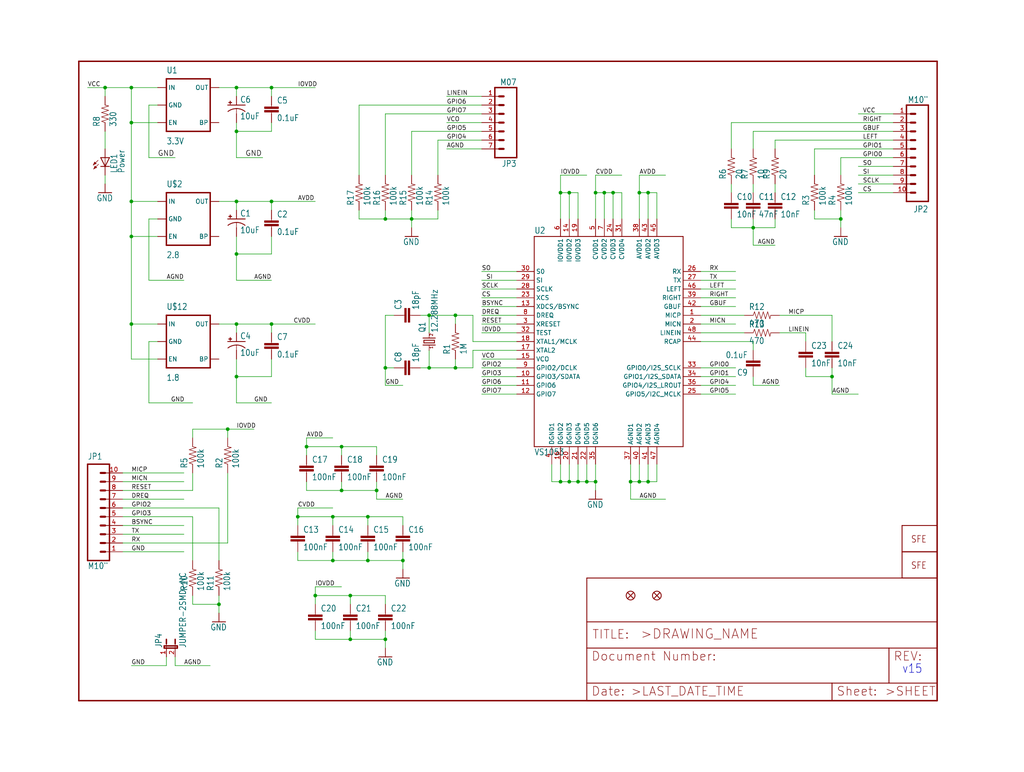
<source format=kicad_sch>
(kicad_sch (version 20211123) (generator eeschema)
  (paper "User" 297.002 223.926)
  (lib_symbols
    (symbol "schematicEagle-eagle-import:CAP0402-CAP"
      (property "Reference" "C" (at 1.524 2.921 0))
      (property "Value" "CAP0402-CAP" (at 1.524 -2.159 0))
      (symbol "CAP0402-CAP_1_0"
        (pin passive line (at 0 5.08 270) (length 2.54) (name "1") (number "1"))
        (pin passive line (at 0 -2.54 90) (length 2.54) (name "2") (number "2"))
      )
    )
    (symbol "schematicEagle-eagle-import:CAP_POL1206"
      (property "Reference" "C" (at 1.016 0.635 0))
      (property "Value" "CAP_POL1206" (at 1.016 -4.191 0))
      (symbol "CAP_POL1206_1_0"
        (pin passive line (at 0 2.54 270) (length 2.54) (name "+") (number "A"))
        (pin passive line (at 0 -5.08 90) (length 2.54) (name "-") (number "C"))
      )
    )
    (symbol "schematicEagle-eagle-import:CRYSTAL5X3"
      (property "Reference" "Y" (at 2.54 1.016 0))
      (property "Value" "CRYSTAL5X3" (at 2.54 -2.54 0))
      (symbol "CRYSTAL5X3_1_0"
        (text "1" (at -2.159 -1.143 0) (effects (font (size 0.8636 0.734)) (justify left bottom)))
        (text "2" (at 1.524 -1.143 0) (effects (font (size 0.8636 0.734)) (justify left bottom)))
        (pin passive line (at -2.54 0 0) (length 0) (name "1") (number "1"))
        (pin passive line (at 2.54 0 180) (length 0) (name "2") (number "3"))
      )
    )
    (symbol "schematicEagle-eagle-import:FIDUCIAL1X2")
    (symbol "schematicEagle-eagle-import:FRAME-LETTER"
      (symbol "FRAME-LETTER_2_0"
        (text ">DRAWING_NAME" (at 15.494 17.78 0) (effects (font (size 2.7432 2.7432)) (justify left bottom)))
        (text ">LAST_DATE_TIME" (at 12.7 1.27 0) (effects (font (size 2.54 2.54)) (justify left bottom)))
        (text ">SHEET" (at 86.36 1.27 0) (effects (font (size 2.54 2.54)) (justify left bottom)))
        (text "Date:" (at 1.27 1.27 0) (effects (font (size 2.54 2.54)) (justify left bottom)))
        (text "Document Number:" (at 1.27 11.43 0) (effects (font (size 2.54 2.54)) (justify left bottom)))
        (text "REV:" (at 88.9 11.43 0) (effects (font (size 2.54 2.54)) (justify left bottom)))
        (text "Sheet:" (at 72.39 1.27 0) (effects (font (size 2.54 2.54)) (justify left bottom)))
        (text "TITLE:" (at 1.524 17.78 0) (effects (font (size 2.54 2.54)) (justify left bottom)))
      )
    )
    (symbol "schematicEagle-eagle-import:GND" (power)
      (property "Value" "GND" (at -2.54 -2.54 0))
      (symbol "GND_1_0"
        (pin power_in line (at 0 2.54 270) (length 2.54) (name "GND") (number "1"))
      )
    )
    (symbol "schematicEagle-eagle-import:JUMPER-2SMD-NC"
      (property "Reference" "JP" (at -1.27 0 90))
      (property "Value" "JUMPER-2SMD-NC" (at 5.715 0 90))
      (symbol "JUMPER-2SMD-NC_1_0"
        (pin passive line (at 0 -2.54 90) (length 2.54) (name "1") (number "1"))
        (pin passive line (at 2.54 -2.54 90) (length 2.54) (name "2") (number "2"))
      )
    )
    (symbol "schematicEagle-eagle-import:LED0603"
      (property "Reference" "LED" (at 3.556 -4.572 90))
      (property "Value" "LED0603" (at 5.715 -4.572 90))
      (symbol "LED0603_1_0"
        (pin passive line (at 0 2.54 270) (length 2.54) (name "A") (number "A"))
        (pin passive line (at 0 -5.08 90) (length 2.54) (name "C") (number "C"))
      )
    )
    (symbol "schematicEagle-eagle-import:LOGO-SFENEW"
      (symbol "LOGO-SFENEW_1_0"
        (text "SFE" (at 0 0 0) (effects (font (size 1.9304 1.6408)) (justify left bottom)))
      )
    )
    (symbol "schematicEagle-eagle-import:LOGO-SFESK"
      (symbol "LOGO-SFESK_1_0"
        (text "SFE" (at 0 0 0) (effects (font (size 1.9304 1.6408)) (justify left bottom)))
      )
    )
    (symbol "schematicEagle-eagle-import:M07"
      (property "Reference" "JP" (at -5.08 13.462 0))
      (property "Value" "M07" (at -5.08 -10.16 0))
      (symbol "M07_1_0"
        (pin passive line (at 5.08 -5.08 180) (length 5.08) (name "1") (number "1"))
        (pin passive line (at 5.08 -2.54 180) (length 5.08) (name "2") (number "2"))
        (pin passive line (at 5.08 0 180) (length 5.08) (name "3") (number "3"))
        (pin passive line (at 5.08 2.54 180) (length 5.08) (name "4") (number "4"))
        (pin passive line (at 5.08 5.08 180) (length 5.08) (name "5") (number "5"))
        (pin passive line (at 5.08 7.62 180) (length 5.08) (name "6") (number "6"))
        (pin passive line (at 5.08 10.16 180) (length 5.08) (name "7") (number "7"))
      )
    )
    (symbol "schematicEagle-eagle-import:M10{dblquote}"
      (property "Reference" "JP" (at 0 8.89 0))
      (property "Value" "M10{dblquote}" (at 0 -22.86 0))
      (symbol "M10{dblquote}_1_0"
        (pin passive line (at 10.16 -17.78 180) (length 5.08) (name "1") (number "1"))
        (pin passive line (at 10.16 5.08 180) (length 5.08) (name "10") (number "10"))
        (pin passive line (at 10.16 -15.24 180) (length 5.08) (name "2") (number "2"))
        (pin passive line (at 10.16 -12.7 180) (length 5.08) (name "3") (number "3"))
        (pin passive line (at 10.16 -10.16 180) (length 5.08) (name "4") (number "4"))
        (pin passive line (at 10.16 -7.62 180) (length 5.08) (name "5") (number "5"))
        (pin passive line (at 10.16 -5.08 180) (length 5.08) (name "6") (number "6"))
        (pin passive line (at 10.16 -2.54 180) (length 5.08) (name "7") (number "7"))
        (pin passive line (at 10.16 0 180) (length 5.08) (name "8") (number "8"))
        (pin passive line (at 10.16 2.54 180) (length 5.08) (name "9") (number "9"))
      )
    )
    (symbol "schematicEagle-eagle-import:RESISTOR0402-RES"
      (property "Reference" "R" (at -3.81 1.4986 0))
      (property "Value" "RESISTOR0402-RES" (at -3.81 -3.302 0))
      (symbol "RESISTOR0402-RES_1_0"
        (pin passive line (at -5.08 0 0) (length 2.54) (name "1") (number "1"))
        (pin passive line (at 5.08 0 180) (length 2.54) (name "2") (number "2"))
      )
    )
    (symbol "schematicEagle-eagle-import:VS1033"
      (property "Reference" "U" (at 0 61.722 0))
      (property "Value" "VS1033" (at 0 -2.54 0))
      (symbol "VS1033_1_0"
        (pin bidirectional line (at 48.26 38.1 180) (length 5.08) (name "MICP") (number "1"))
        (pin bidirectional line (at -5.08 20.32 0) (length 5.08) (name "GPIO3/SDATA") (number "10"))
        (pin bidirectional line (at -5.08 17.78 0) (length 5.08) (name "GPIO6") (number "11"))
        (pin bidirectional line (at -5.08 15.24 0) (length 5.08) (name "GPIO7") (number "12"))
        (pin bidirectional line (at -5.08 40.64 0) (length 5.08) (name "XDCS/BSYNC") (number "13"))
        (pin bidirectional line (at 10.16 66.04 270) (length 5.08) (name "IOVDD2") (number "14"))
        (pin bidirectional line (at -5.08 25.4 0) (length 5.08) (name "VCO") (number "15"))
        (pin bidirectional line (at 7.62 -5.08 90) (length 5.08) (name "DGND2") (number "16"))
        (pin bidirectional line (at -5.08 27.94 0) (length 5.08) (name "XTAL2") (number "17"))
        (pin bidirectional line (at -5.08 30.48 0) (length 5.08) (name "XTAL1/MCLK") (number "18"))
        (pin bidirectional line (at 12.7 66.04 270) (length 5.08) (name "IOVDD3") (number "19"))
        (pin bidirectional line (at 48.26 35.56 180) (length 5.08) (name "MICN") (number "2"))
        (pin bidirectional line (at 10.16 -5.08 90) (length 5.08) (name "DGND3") (number "20"))
        (pin bidirectional line (at 12.7 -5.08 90) (length 5.08) (name "DGND4") (number "21"))
        (pin bidirectional line (at 15.24 -5.08 90) (length 5.08) (name "DGND5") (number "22"))
        (pin bidirectional line (at -5.08 43.18 0) (length 5.08) (name "XCS") (number "23"))
        (pin bidirectional line (at 22.86 66.04 270) (length 5.08) (name "CVDD3") (number "24"))
        (pin bidirectional line (at 48.26 15.24 180) (length 5.08) (name "GPIO5/I2C_MCLK") (number "25"))
        (pin bidirectional line (at 48.26 50.8 180) (length 5.08) (name "RX") (number "26"))
        (pin bidirectional line (at 48.26 48.26 180) (length 5.08) (name "TX") (number "27"))
        (pin bidirectional line (at -5.08 45.72 0) (length 5.08) (name "SCLK") (number "28"))
        (pin bidirectional line (at -5.08 48.26 0) (length 5.08) (name "SI") (number "29"))
        (pin bidirectional line (at -5.08 35.56 0) (length 5.08) (name "XRESET") (number "3"))
        (pin bidirectional line (at -5.08 50.8 0) (length 5.08) (name "S0") (number "30"))
        (pin bidirectional line (at 25.4 66.04 270) (length 5.08) (name "CVDD4") (number "31"))
        (pin bidirectional line (at -5.08 33.02 0) (length 5.08) (name "TEST") (number "32"))
        (pin bidirectional line (at 48.26 22.86 180) (length 5.08) (name "GPIO0/I2S_SCLK") (number "33"))
        (pin bidirectional line (at 48.26 20.32 180) (length 5.08) (name "GPIO1/I2S_SDATA") (number "34"))
        (pin bidirectional line (at 17.78 -5.08 90) (length 5.08) (name "DGND6") (number "35"))
        (pin bidirectional line (at 48.26 17.78 180) (length 5.08) (name "GPIO4/I2S_LROUT") (number "36"))
        (pin bidirectional line (at 27.94 -5.08 90) (length 5.08) (name "AGND1") (number "37"))
        (pin bidirectional line (at 30.48 66.04 270) (length 5.08) (name "AVDD1") (number "38"))
        (pin bidirectional line (at 48.26 43.18 180) (length 5.08) (name "RIGHT") (number "39"))
        (pin bidirectional line (at 5.08 -5.08 90) (length 5.08) (name "DGND1") (number "4"))
        (pin bidirectional line (at 30.48 -5.08 90) (length 5.08) (name "AGND2") (number "40"))
        (pin bidirectional line (at 33.02 -5.08 90) (length 5.08) (name "AGND3") (number "41"))
        (pin bidirectional line (at 48.26 40.64 180) (length 5.08) (name "GBUF") (number "42"))
        (pin bidirectional line (at 33.02 66.04 270) (length 5.08) (name "AVDD2") (number "43"))
        (pin bidirectional line (at 48.26 30.48 180) (length 5.08) (name "RCAP") (number "44"))
        (pin bidirectional line (at 35.56 66.04 270) (length 5.08) (name "AVDD3") (number "45"))
        (pin bidirectional line (at 48.26 45.72 180) (length 5.08) (name "LEFT") (number "46"))
        (pin bidirectional line (at 35.56 -5.08 90) (length 5.08) (name "AGND4") (number "47"))
        (pin bidirectional line (at 48.26 33.02 180) (length 5.08) (name "LINEIN") (number "48"))
        (pin bidirectional line (at 17.78 66.04 270) (length 5.08) (name "CVDD1") (number "5"))
        (pin bidirectional line (at 7.62 66.04 270) (length 5.08) (name "IOVDD1") (number "6"))
        (pin bidirectional line (at 20.32 66.04 270) (length 5.08) (name "CVDD2") (number "7"))
        (pin bidirectional line (at -5.08 38.1 0) (length 5.08) (name "DREQ") (number "8"))
        (pin bidirectional line (at -5.08 22.86 0) (length 5.08) (name "GPIO2/DCLK") (number "9"))
      )
    )
    (symbol "schematicEagle-eagle-import:V_REG_LDOSMD"
      (property "Reference" "U" (at -7.62 9.144 0))
      (property "Value" "V_REG_LDOSMD" (at -7.62 -11.43 0))
      (symbol "V_REG_LDOSMD_1_0"
        (pin input line (at -10.16 5.08 0) (length 2.54) (name "IN") (number "1"))
        (pin input line (at -10.16 0 0) (length 2.54) (name "GND") (number "2"))
        (pin input line (at -10.16 -5.08 0) (length 2.54) (name "EN") (number "3"))
        (pin input line (at 7.62 -5.08 180) (length 2.54) (name "BP") (number "4"))
        (pin passive line (at 7.62 5.08 180) (length 2.54) (name "OUT") (number "5"))
      )
    )
    (symbol "schematicEagle-eagle-import:V_REG_LDOSMD2"
      (property "Reference" "U" (at -7.62 9.144 0))
      (property "Value" "V_REG_LDOSMD2" (at -7.62 -11.43 0))
      (symbol "V_REG_LDOSMD2_1_0"
        (pin input line (at -10.16 5.08 0) (length 2.54) (name "IN") (number "1"))
        (pin input line (at -10.16 0 0) (length 2.54) (name "GND") (number "2"))
        (pin input line (at -10.16 -5.08 0) (length 2.54) (name "EN") (number "3"))
        (pin input line (at 7.62 -5.08 180) (length 2.54) (name "BP") (number "4"))
        (pin passive line (at 7.62 5.08 180) (length 2.54) (name "OUT") (number "5"))
      )
    )
  )
  (junction (at 111.76 106.68))
  (junction (at 132.08 91.44))
  (junction (at 30.48 25.4))
  (junction (at 124.46 91.44))
  (junction (at 170.18 139.7))
  (junction (at 172.72 139.7))
  (junction (at 165.1 139.7))
  (junction (at 68.58 25.4))
  (junction (at 38.1 25.4))
  (junction (at 88.9 129.54))
  (junction (at 111.76 63.5))
  (junction (at 38.1 93.98))
  (junction (at 162.56 55.88))
  (junction (at 38.1 68.58))
  (junction (at 101.6 172.72))
  (junction (at 63.5 175.26))
  (junction (at 66.04 124.46))
  (junction (at 96.52 162.56))
  (junction (at 177.8 55.88))
  (junction (at 38.1 35.56))
  (junction (at 109.22 142.24))
  (junction (at 175.26 55.88))
  (junction (at 187.96 55.88))
  (junction (at 86.36 149.86))
  (junction (at 124.46 106.68))
  (junction (at 106.68 149.86))
  (junction (at 116.84 162.56))
  (junction (at 167.64 139.7))
  (junction (at 241.3 109.22))
  (junction (at 38.1 58.42))
  (junction (at 185.42 139.7))
  (junction (at 162.56 139.7))
  (junction (at 68.58 109.22))
  (junction (at 187.96 139.7))
  (junction (at 91.44 172.72))
  (junction (at 165.1 55.88))
  (junction (at 99.06 142.24))
  (junction (at 99.06 129.54))
  (junction (at 182.88 139.7))
  (junction (at 78.74 93.98))
  (junction (at 68.58 58.42))
  (junction (at 96.52 149.86))
  (junction (at 119.38 63.5))
  (junction (at 68.58 93.98))
  (junction (at 172.72 55.88))
  (junction (at 132.08 106.68))
  (junction (at 106.68 162.56))
  (junction (at 243.84 63.5))
  (junction (at 111.76 185.42))
  (junction (at 218.44 66.04))
  (junction (at 101.6 185.42))
  (junction (at 78.74 25.4))
  (junction (at 185.42 55.88))
  (junction (at 68.58 73.66))
  (junction (at 78.74 58.42))
  (junction (at 68.58 38.1))
  (wire (pts (xy 38.1 35.56) (xy 38.1 25.4)))
  (wire (pts (xy 91.44 172.72) (xy 91.44 170.18)))
  (wire (pts (xy 116.84 165.1) (xy 116.84 162.56)))
  (wire (pts (xy 175.26 63.5) (xy 175.26 55.88)))
  (wire (pts (xy 243.84 60.96) (xy 243.84 63.5)))
  (wire (pts (xy 218.44 71.12) (xy 224.79 71.12)))
  (wire (pts (xy 137.16 101.6) (xy 137.16 106.68)))
  (wire (pts (xy 96.52 162.56) (xy 96.52 160.02)))
  (wire (pts (xy 109.22 129.54) (xy 109.22 132.08)))
  (wire (pts (xy 43.18 81.28) (xy 53.34 81.28)))
  (wire (pts (xy 104.14 30.48) (xy 104.14 50.8)))
  (wire (pts (xy 99.06 142.24) (xy 109.22 142.24)))
  (wire (pts (xy 68.58 81.28) (xy 78.74 81.28)))
  (wire (pts (xy 45.72 93.98) (xy 38.1 93.98)))
  (wire (pts (xy 137.16 106.68) (xy 132.08 106.68)))
  (wire (pts (xy 88.9 139.7) (xy 88.9 142.24)))
  (wire (pts (xy 68.58 38.1) (xy 68.58 45.72)))
  (wire (pts (xy 88.9 127) (xy 96.52 127)))
  (wire (pts (xy 50.8 193.04) (xy 60.96 193.04)))
  (wire (pts (xy 180.34 63.5) (xy 180.34 55.88)))
  (wire (pts (xy 149.86 109.22) (xy 139.7 109.22)))
  (wire (pts (xy 149.86 93.98) (xy 139.7 93.98)))
  (wire (pts (xy 35.56 144.78) (xy 53.34 144.78)))
  (wire (pts (xy 212.09 66.04) (xy 212.09 63.5)))
  (wire (pts (xy 86.36 162.56) (xy 96.52 162.56)))
  (wire (pts (xy 111.76 91.44) (xy 111.76 106.68)))
  (wire (pts (xy 78.74 93.98) (xy 91.44 93.98)))
  (wire (pts (xy 160.02 134.62) (xy 160.02 139.7)))
  (wire (pts (xy 91.44 175.26) (xy 91.44 172.72)))
  (wire (pts (xy 149.86 101.6) (xy 137.16 101.6)))
  (wire (pts (xy 78.74 60.96) (xy 78.74 58.42)))
  (wire (pts (xy 218.44 109.22) (xy 218.44 111.76)))
  (wire (pts (xy 180.34 55.88) (xy 177.8 55.88)))
  (wire (pts (xy 236.22 43.18) (xy 236.22 50.8)))
  (wire (pts (xy 124.46 101.6) (xy 124.46 106.68)))
  (wire (pts (xy 182.88 144.78) (xy 193.04 144.78)))
  (wire (pts (xy 224.79 43.18) (xy 224.79 40.64)))
  (wire (pts (xy 111.76 106.68) (xy 114.3 106.68)))
  (wire (pts (xy 35.56 137.16) (xy 53.34 137.16)))
  (wire (pts (xy 167.64 134.62) (xy 167.64 139.7)))
  (wire (pts (xy 218.44 53.34) (xy 218.44 55.88)))
  (wire (pts (xy 35.56 160.02) (xy 53.34 160.02)))
  (wire (pts (xy 119.38 38.1) (xy 119.38 50.8)))
  (wire (pts (xy 241.3 109.22) (xy 241.3 106.68)))
  (wire (pts (xy 149.86 81.28) (xy 139.7 81.28)))
  (wire (pts (xy 226.06 96.52) (xy 233.68 96.52)))
  (wire (pts (xy 111.76 111.76) (xy 116.84 111.76)))
  (wire (pts (xy 30.48 43.18) (xy 30.48 38.1)))
  (wire (pts (xy 35.56 147.32) (xy 63.5 147.32)))
  (wire (pts (xy 212.09 35.56) (xy 259.08 35.56)))
  (wire (pts (xy 185.42 63.5) (xy 185.42 55.88)))
  (wire (pts (xy 43.18 45.72) (xy 50.8 45.72)))
  (wire (pts (xy 88.9 132.08) (xy 88.9 129.54)))
  (wire (pts (xy 162.56 134.62) (xy 162.56 139.7)))
  (wire (pts (xy 243.84 45.72) (xy 259.08 45.72)))
  (wire (pts (xy 185.42 50.8) (xy 193.04 50.8)))
  (wire (pts (xy 218.44 66.04) (xy 218.44 71.12)))
  (wire (pts (xy 38.1 58.42) (xy 45.72 58.42)))
  (wire (pts (xy 104.14 60.96) (xy 104.14 63.5)))
  (wire (pts (xy 203.2 106.68) (xy 213.36 106.68)))
  (wire (pts (xy 45.72 30.48) (xy 43.18 30.48)))
  (wire (pts (xy 45.72 35.56) (xy 38.1 35.56)))
  (wire (pts (xy 106.68 152.4) (xy 106.68 149.86)))
  (wire (pts (xy 68.58 109.22) (xy 68.58 116.84)))
  (wire (pts (xy 182.88 139.7) (xy 182.88 144.78)))
  (wire (pts (xy 30.48 25.4) (xy 25.4 25.4)))
  (wire (pts (xy 86.36 149.86) (xy 86.36 147.32)))
  (wire (pts (xy 111.76 185.42) (xy 111.76 182.88)))
  (wire (pts (xy 111.76 33.02) (xy 111.76 50.8)))
  (wire (pts (xy 182.88 139.7) (xy 185.42 139.7)))
  (wire (pts (xy 66.04 124.46) (xy 73.66 124.46)))
  (wire (pts (xy 55.88 127) (xy 55.88 124.46)))
  (wire (pts (xy 68.58 68.58) (xy 68.58 73.66)))
  (wire (pts (xy 190.5 139.7) (xy 190.5 134.62)))
  (wire (pts (xy 106.68 162.56) (xy 116.84 162.56)))
  (wire (pts (xy 99.06 142.24) (xy 99.06 139.7)))
  (wire (pts (xy 233.68 96.52) (xy 233.68 99.06)))
  (wire (pts (xy 68.58 109.22) (xy 78.74 109.22)))
  (wire (pts (xy 78.74 109.22) (xy 78.74 104.14)))
  (wire (pts (xy 177.8 63.5) (xy 177.8 55.88)))
  (wire (pts (xy 119.38 63.5) (xy 127 63.5)))
  (wire (pts (xy 170.18 134.62) (xy 170.18 139.7)))
  (wire (pts (xy 185.42 55.88) (xy 187.96 55.88)))
  (wire (pts (xy 124.46 96.52) (xy 124.46 91.44)))
  (wire (pts (xy 106.68 149.86) (xy 96.52 149.86)))
  (wire (pts (xy 43.18 30.48) (xy 43.18 45.72)))
  (wire (pts (xy 91.44 182.88) (xy 91.44 185.42)))
  (wire (pts (xy 127 63.5) (xy 127 60.96)))
  (wire (pts (xy 101.6 175.26) (xy 101.6 172.72)))
  (wire (pts (xy 149.86 91.44) (xy 139.7 91.44)))
  (wire (pts (xy 243.84 45.72) (xy 243.84 50.8)))
  (wire (pts (xy 96.52 149.86) (xy 86.36 149.86)))
  (wire (pts (xy 203.2 114.3) (xy 213.36 114.3)))
  (wire (pts (xy 119.38 63.5) (xy 119.38 66.04)))
  (wire (pts (xy 162.56 55.88) (xy 162.56 50.8)))
  (wire (pts (xy 236.22 43.18) (xy 259.08 43.18)))
  (wire (pts (xy 218.44 66.04) (xy 212.09 66.04)))
  (wire (pts (xy 149.86 78.74) (xy 139.7 78.74)))
  (wire (pts (xy 224.79 53.34) (xy 224.79 55.88)))
  (wire (pts (xy 187.96 134.62) (xy 187.96 139.7)))
  (wire (pts (xy 50.8 190.5) (xy 50.8 193.04)))
  (wire (pts (xy 212.09 43.18) (xy 212.09 35.56)))
  (wire (pts (xy 149.86 96.52) (xy 139.7 96.52)))
  (wire (pts (xy 203.2 78.74) (xy 213.36 78.74)))
  (wire (pts (xy 68.58 116.84) (xy 78.74 116.84)))
  (wire (pts (xy 86.36 147.32) (xy 96.52 147.32)))
  (wire (pts (xy 45.72 63.5) (xy 43.18 63.5)))
  (wire (pts (xy 119.38 38.1) (xy 139.7 38.1)))
  (wire (pts (xy 35.56 139.7) (xy 53.34 139.7)))
  (wire (pts (xy 224.79 63.5) (xy 224.79 66.04)))
  (wire (pts (xy 175.26 55.88) (xy 172.72 55.88)))
  (wire (pts (xy 259.08 48.26) (xy 248.92 48.26)))
  (wire (pts (xy 137.16 91.44) (xy 137.16 99.06)))
  (wire (pts (xy 218.44 99.06) (xy 218.44 101.6)))
  (wire (pts (xy 127 40.64) (xy 127 50.8)))
  (wire (pts (xy 172.72 55.88) (xy 172.72 63.5)))
  (wire (pts (xy 63.5 58.42) (xy 68.58 58.42)))
  (wire (pts (xy 109.22 144.78) (xy 109.22 142.24)))
  (wire (pts (xy 139.7 35.56) (xy 129.54 35.56)))
  (wire (pts (xy 165.1 139.7) (xy 167.64 139.7)))
  (wire (pts (xy 96.52 152.4) (xy 96.52 149.86)))
  (wire (pts (xy 215.9 91.44) (xy 203.2 91.44)))
  (wire (pts (xy 203.2 83.82) (xy 213.36 83.82)))
  (wire (pts (xy 224.79 66.04) (xy 218.44 66.04)))
  (wire (pts (xy 132.08 93.98) (xy 132.08 91.44)))
  (wire (pts (xy 88.9 129.54) (xy 88.9 127)))
  (wire (pts (xy 116.84 149.86) (xy 106.68 149.86)))
  (wire (pts (xy 218.44 38.1) (xy 218.44 43.18)))
  (wire (pts (xy 187.96 55.88) (xy 190.5 55.88)))
  (wire (pts (xy 167.64 139.7) (xy 170.18 139.7)))
  (wire (pts (xy 114.3 91.44) (xy 111.76 91.44)))
  (wire (pts (xy 121.92 91.44) (xy 124.46 91.44)))
  (wire (pts (xy 68.58 27.94) (xy 68.58 25.4)))
  (wire (pts (xy 68.58 93.98) (xy 78.74 93.98)))
  (wire (pts (xy 78.74 73.66) (xy 68.58 73.66)))
  (wire (pts (xy 116.84 162.56) (xy 116.84 160.02)))
  (wire (pts (xy 55.88 149.86) (xy 55.88 162.56)))
  (wire (pts (xy 172.72 55.88) (xy 172.72 50.8)))
  (wire (pts (xy 124.46 91.44) (xy 132.08 91.44)))
  (wire (pts (xy 63.5 172.72) (xy 63.5 175.26)))
  (wire (pts (xy 241.3 114.3) (xy 248.92 114.3)))
  (wire (pts (xy 233.68 109.22) (xy 233.68 106.68)))
  (wire (pts (xy 78.74 38.1) (xy 68.58 38.1)))
  (wire (pts (xy 35.56 152.4) (xy 53.34 152.4)))
  (wire (pts (xy 167.64 55.88) (xy 165.1 55.88)))
  (wire (pts (xy 35.56 154.94) (xy 53.34 154.94)))
  (wire (pts (xy 187.96 63.5) (xy 187.96 55.88)))
  (wire (pts (xy 78.74 27.94) (xy 78.74 25.4)))
  (wire (pts (xy 137.16 99.06) (xy 149.86 99.06)))
  (wire (pts (xy 55.88 142.24) (xy 55.88 137.16)))
  (wire (pts (xy 38.1 93.98) (xy 38.1 68.58)))
  (wire (pts (xy 30.48 25.4) (xy 30.48 27.94)))
  (wire (pts (xy 165.1 63.5) (xy 165.1 55.88)))
  (wire (pts (xy 66.04 127) (xy 66.04 124.46)))
  (wire (pts (xy 259.08 33.02) (xy 248.92 33.02)))
  (wire (pts (xy 165.1 55.88) (xy 162.56 55.88)))
  (wire (pts (xy 212.09 53.34) (xy 212.09 55.88)))
  (wire (pts (xy 78.74 96.52) (xy 78.74 93.98)))
  (wire (pts (xy 172.72 142.24) (xy 172.72 139.7)))
  (wire (pts (xy 38.1 25.4) (xy 30.48 25.4)))
  (wire (pts (xy 185.42 55.88) (xy 185.42 50.8)))
  (wire (pts (xy 55.88 124.46) (xy 66.04 124.46)))
  (wire (pts (xy 91.44 172.72) (xy 101.6 172.72)))
  (wire (pts (xy 30.48 53.34) (xy 30.48 50.8)))
  (wire (pts (xy 68.58 73.66) (xy 68.58 81.28)))
  (wire (pts (xy 78.74 68.58) (xy 78.74 73.66)))
  (wire (pts (xy 68.58 25.4) (xy 78.74 25.4)))
  (wire (pts (xy 236.22 63.5) (xy 243.84 63.5)))
  (wire (pts (xy 172.72 134.62) (xy 172.72 139.7)))
  (wire (pts (xy 203.2 88.9) (xy 213.36 88.9)))
  (wire (pts (xy 91.44 170.18) (xy 99.06 170.18)))
  (wire (pts (xy 66.04 157.48) (xy 66.04 137.16)))
  (wire (pts (xy 96.52 162.56) (xy 106.68 162.56)))
  (wire (pts (xy 149.86 104.14) (xy 139.7 104.14)))
  (wire (pts (xy 129.54 43.18) (xy 139.7 43.18)))
  (wire (pts (xy 149.86 114.3) (xy 139.7 114.3)))
  (wire (pts (xy 203.2 86.36) (xy 213.36 86.36)))
  (wire (pts (xy 38.1 25.4) (xy 45.72 25.4)))
  (wire (pts (xy 68.58 96.52) (xy 68.58 93.98)))
  (wire (pts (xy 43.18 116.84) (xy 55.88 116.84)))
  (wire (pts (xy 88.9 142.24) (xy 99.06 142.24)))
  (wire (pts (xy 88.9 129.54) (xy 99.06 129.54)))
  (wire (pts (xy 38.1 68.58) (xy 45.72 68.58)))
  (wire (pts (xy 111.76 63.5) (xy 111.76 60.96)))
  (wire (pts (xy 259.08 53.34) (xy 248.92 53.34)))
  (wire (pts (xy 127 40.64) (xy 139.7 40.64)))
  (wire (pts (xy 43.18 99.06) (xy 43.18 116.84)))
  (wire (pts (xy 109.22 144.78) (xy 116.84 144.78)))
  (wire (pts (xy 63.5 175.26) (xy 63.5 177.8)))
  (wire (pts (xy 259.08 38.1) (xy 218.44 38.1)))
  (wire (pts (xy 170.18 139.7) (xy 172.72 139.7)))
  (wire (pts (xy 149.86 88.9) (xy 139.7 88.9)))
  (wire (pts (xy 259.08 50.8) (xy 248.92 50.8)))
  (wire (pts (xy 68.58 58.42) (xy 78.74 58.42)))
  (wire (pts (xy 162.56 50.8) (xy 170.18 50.8)))
  (wire (pts (xy 241.3 114.3) (xy 241.3 109.22)))
  (wire (pts (xy 55.88 172.72) (xy 55.88 175.26)))
  (wire (pts (xy 35.56 157.48) (xy 66.04 157.48)))
  (wire (pts (xy 149.86 86.36) (xy 139.7 86.36)))
  (wire (pts (xy 185.42 134.62) (xy 185.42 139.7)))
  (wire (pts (xy 218.44 111.76) (xy 226.06 111.76)))
  (wire (pts (xy 149.86 83.82) (xy 139.7 83.82)))
  (wire (pts (xy 203.2 99.06) (xy 218.44 99.06)))
  (wire (pts (xy 78.74 35.56) (xy 78.74 38.1)))
  (wire (pts (xy 243.84 63.5) (xy 243.84 66.04)))
  (wire (pts (xy 185.42 139.7) (xy 187.96 139.7)))
  (wire (pts (xy 160.02 139.7) (xy 162.56 139.7)))
  (wire (pts (xy 68.58 60.96) (xy 68.58 58.42)))
  (wire (pts (xy 48.26 193.04) (xy 38.1 193.04)))
  (wire (pts (xy 236.22 60.96) (xy 236.22 63.5)))
  (wire (pts (xy 86.36 149.86) (xy 86.36 152.4)))
  (wire (pts (xy 162.56 55.88) (xy 162.56 63.5)))
  (wire (pts (xy 38.1 104.14) (xy 38.1 93.98)))
  (wire (pts (xy 45.72 104.14) (xy 38.1 104.14)))
  (wire (pts (xy 104.14 63.5) (xy 111.76 63.5)))
  (wire (pts (xy 111.76 33.02) (xy 139.7 33.02)))
  (wire (pts (xy 35.56 149.86) (xy 55.88 149.86)))
  (wire (pts (xy 124.46 106.68) (xy 121.92 106.68)))
  (wire (pts (xy 68.58 104.14) (xy 68.58 109.22)))
  (wire (pts (xy 101.6 182.88) (xy 101.6 185.42)))
  (wire (pts (xy 241.3 91.44) (xy 241.3 99.06)))
  (wire (pts (xy 99.06 129.54) (xy 109.22 129.54)))
  (wire (pts (xy 38.1 35.56) (xy 38.1 58.42)))
  (wire (pts (xy 101.6 185.42) (xy 111.76 185.42)))
  (wire (pts (xy 111.76 187.96) (xy 111.76 185.42)))
  (wire (pts (xy 172.72 50.8) (xy 180.34 50.8)))
  (wire (pts (xy 99.06 132.08) (xy 99.06 129.54)))
  (wire (pts (xy 203.2 111.76) (xy 213.36 111.76)))
  (wire (pts (xy 78.74 58.42) (xy 91.44 58.42)))
  (wire (pts (xy 55.88 175.26) (xy 63.5 175.26)))
  (wire (pts (xy 68.58 45.72) (xy 76.2 45.72)))
  (wire (pts (xy 35.56 142.24) (xy 55.88 142.24)))
  (wire (pts (xy 106.68 162.56) (xy 106.68 160.02)))
  (wire (pts (xy 116.84 152.4) (xy 116.84 149.86)))
  (wire (pts (xy 165.1 134.62) (xy 165.1 139.7)))
  (wire (pts (xy 111.76 106.68) (xy 111.76 111.76)))
  (wire (pts (xy 203.2 81.28) (xy 213.36 81.28)))
  (wire (pts (xy 63.5 147.32) (xy 63.5 162.56)))
  (wire (pts (xy 162.56 139.7) (xy 165.1 139.7)))
  (wire (pts (xy 203.2 93.98) (xy 213.36 93.98)))
  (wire (pts (xy 203.2 109.22) (xy 213.36 109.22)))
  (wire (pts (xy 177.8 55.88) (xy 175.26 55.88)))
  (wire (pts (xy 68.58 35.56) (xy 68.58 38.1)))
  (wire (pts (xy 132.08 106.68) (xy 124.46 106.68)))
  (wire (pts (xy 104.14 30.48) (xy 139.7 30.48)))
  (wire (pts (xy 187.96 139.7) (xy 190.5 139.7)))
  (wire (pts (xy 43.18 63.5) (xy 43.18 81.28)))
  (wire (pts (xy 38.1 58.42) (xy 38.1 68.58)))
  (wire (pts (xy 63.5 25.4) (xy 68.58 25.4)))
  (wire (pts (xy 111.76 63.5) (xy 119.38 63.5)))
  (wire (pts (xy 111.76 172.72) (xy 111.76 175.26)))
  (wire (pts (xy 109.22 142.24) (xy 109.22 139.7)))
  (wire (pts (xy 215.9 96.52) (xy 203.2 96.52)))
  (wire (pts (xy 132.08 104.14) (xy 132.08 106.68)))
  (wire (pts (xy 190.5 55.88) (xy 190.5 63.5)))
  (wire (pts (xy 78.74 25.4) (xy 91.44 25.4)))
  (wire (pts (xy 224.79 40.64) (xy 259.08 40.64)))
  (wire (pts (xy 218.44 63.5) (xy 218.44 66.04)))
  (wire (pts (xy 182.88 134.62) (xy 182.88 139.7)))
  (wire (pts (xy 241.3 91.44) (xy 226.06 91.44)))
  (wire (pts (xy 149.86 106.68) (xy 139.7 106.68)))
  (wire (pts (xy 45.72 99.06) (xy 43.18 99.06)))
  (wire (pts (xy 149.86 111.76) (xy 139.7 111.76)))
  (wire (pts (xy 86.36 160.02) (xy 86.36 162.56)))
  (wire (pts (xy 119.38 63.5) (xy 119.38 60.96)))
  (wire (pts (xy 167.64 63.5) (xy 167.64 55.88)))
  (wire (pts (xy 91.44 185.42) (xy 101.6 185.42)))
  (wire (pts (xy 101.6 172.72) (xy 111.76 172.72)))
  (wire (pts (xy 132.08 91.44) (xy 137.16 91.44)))
  (wire (pts (xy 259.08 55.88) (xy 248.92 55.88)))
  (wire (pts (xy 241.3 109.22) (xy 233.68 109.22)))
  (wire (pts (xy 48.26 190.5) (xy 48.26 193.04)))
  (wire (pts (xy 63.5 93.98) (xy 68.58 93.98)))
  (wire (pts (xy 139.7 27.94) (xy 129.54 27.94)))
  (text "v15" (at 261.62 195.58 180) (effects (font (size 2.54 2.159)) (justify left bottom)))
  (label "MICP" (at 228.6 91.44 0) (effects (font (size 1.2446 1.2446))))
  (label "GND" (at 71.12 45.72 0) (effects (font (size 1.5291 1.5291))))
  (label "SO" (at 139.7 78.74 0) (effects (font (size 1.2446 1.2446))))
  (label "CVDD" (at 85.09 93.98 0) (effects (font (size 1.2446 1.2446))))
  (label "AGND" (at 220.98 111.76 0) (effects (font (size 1.2446 1.2446))))
  (label "GPIO4" (at 129.54 40.64 0) (effects (font (size 1.2446 1.2446))))
  (label "GPIO0" (at 250.19 45.72 0) (effects (font (size 1.2446 1.2446))))
  (label "RESET" (at 139.7 93.98 0) (effects (font (size 1.2446 1.2446))))
  (label "GND" (at 73.66 116.84 0) (effects (font (size 1.2446 1.2446))))
  (label "GBUF" (at 250.19 38.1 0) (effects (font (size 1.2446 1.2446))))
  (label "AGND" (at 185.42 144.78 0) (effects (font (size 1.2446 1.2446))))
  (label "GND" (at 45.72 45.72 0) (effects (font (size 1.5291 1.5291))))
  (label "RIGHT" (at 205.74 86.36 0) (effects (font (size 1.2446 1.2446))))
  (label "SI" (at 140.97 81.28 0) (effects (font (size 1.2446 1.2446))))
  (label "GPIO5" (at 205.74 114.3 0) (effects (font (size 1.2446 1.2446))))
  (label "GPIO2" (at 139.7 106.68 0) (effects (font (size 1.2446 1.2446))))
  (label "LEFT" (at 250.19 40.64 0) (effects (font (size 1.2446 1.2446))))
  (label "CS" (at 139.7 86.36 0) (effects (font (size 1.2446 1.2446))))
  (label "GPIO0" (at 205.74 106.68 0) (effects (font (size 1.2446 1.2446))))
  (label "SCLK" (at 139.7 83.82 0) (effects (font (size 1.2446 1.2446))))
  (label "GND" (at 49.53 116.84 0) (effects (font (size 1.2446 1.2446))))
  (label "GPIO3" (at 38.1 149.86 0) (effects (font (size 1.2446 1.2446))))
  (label "LEFT" (at 205.74 83.82 0) (effects (font (size 1.2446 1.2446))))
  (label "GPIO2" (at 38.1 147.32 0) (effects (font (size 1.2446 1.2446))))
  (label "BSYNC" (at 139.7 88.9 0) (effects (font (size 1.2446 1.2446))))
  (label "RIGHT" (at 250.19 35.56 0) (effects (font (size 1.2446 1.2446))))
  (label "SO" (at 250.19 48.26 0) (effects (font (size 1.2446 1.2446))))
  (label "VCO" (at 139.7 104.14 0) (effects (font (size 1.2446 1.2446))))
  (label "AGND" (at 111.76 144.78 0) (effects (font (size 1.2446 1.2446))))
  (label "IOVDD" (at 86.36 25.4 0) (effects (font (size 1.2446 1.2446))))
  (label "DREQ" (at 139.7 91.44 0) (effects (font (size 1.2446 1.2446))))
  (label "RX" (at 38.1 157.48 0) (effects (font (size 1.2446 1.2446))))
  (label "AGND" (at 48.26 81.28 0) (effects (font (size 1.2446 1.2446))))
  (label "VCO" (at 129.54 35.56 0) (effects (font (size 1.2446 1.2446))))
  (label "AVDD" (at 88.9 127 0) (effects (font (size 1.2446 1.2446))))
  (label "RESET" (at 38.1 142.24 0) (effects (font (size 1.2446 1.2446))))
  (label "RX" (at 205.74 78.74 0) (effects (font (size 1.2446 1.2446))))
  (label "GND" (at 38.1 193.04 0) (effects (font (size 1.2446 1.2446))))
  (label "SI" (at 250.19 50.8 0) (effects (font (size 1.2446 1.2446))))
  (label "MICN" (at 205.74 93.98 0) (effects (font (size 1.2446 1.2446))))
  (label "GPIO6" (at 129.54 30.48 0) (effects (font (size 1.2446 1.2446))))
  (label "SCLK" (at 250.19 53.34 0) (effects (font (size 1.2446 1.2446))))
  (label "GPIO1" (at 250.19 43.18 0) (effects (font (size 1.2446 1.2446))))
  (label "LINEIN" (at 129.54 27.94 0) (effects (font (size 1.2446 1.2446))))
  (label "CS" (at 250.19 55.88 0) (effects (font (size 1.2446 1.2446))))
  (label "CVDD" (at 172.72 50.8 0) (effects (font (size 1.2446 1.2446))))
  (label "AVDD" (at 185.42 50.8 0) (effects (font (size 1.2446 1.2446))))
  (label "LINEIN" (at 228.6 96.52 0) (effects (font (size 1.2446 1.2446))))
  (label "AGND" (at 73.66 81.28 0) (effects (font (size 1.2446 1.2446))))
  (label "GBUF" (at 205.74 88.9 0) (effects (font (size 1.2446 1.2446))))
  (label "GPIO5" (at 129.54 38.1 0) (effects (font (size 1.2446 1.2446))))
  (label "GPIO1" (at 205.74 109.22 0) (effects (font (size 1.2446 1.2446))))
  (label "GND" (at 38.1 160.02 0) (effects (font (size 1.2446 1.2446))))
  (label "CVDD" (at 86.36 147.32 0) (effects (font (size 1.2446 1.2446))))
  (label "BSYNC" (at 38.1 152.4 0) (effects (font (size 1.2446 1.2446))))
  (label "GPIO6" (at 139.7 111.76 0) (effects (font (size 1.2446 1.2446))))
  (label "DREQ" (at 38.1 144.78 0) (effects (font (size 1.2446 1.2446))))
  (label "MICP" (at 38.1 137.16 0) (effects (font (size 1.2446 1.2446))))
  (label "GPIO3" (at 139.7 109.22 0) (effects (font (size 1.2446 1.2446))))
  (label "GPIO7" (at 139.7 114.3 0) (effects (font (size 1.2446 1.2446))))
  (label "VCC" (at 250.19 33.02 0) (effects (font (size 1.2446 1.2446))))
  (label "GPIO4" (at 205.74 111.76 0) (effects (font (size 1.2446 1.2446))))
  (label "IOVDD" (at 139.7 96.52 0) (effects (font (size 1.2446 1.2446))))
  (label "IOVDD" (at 162.56 50.8 0) (effects (font (size 1.2446 1.2446))))
  (label "AGND" (at 241.3 114.3 0) (effects (font (size 1.2446 1.2446))))
  (label "IOVDD" (at 91.44 170.18 0) (effects (font (size 1.2446 1.2446))))
  (label "TX" (at 205.74 81.28 0) (effects (font (size 1.2446 1.2446))))
  (label "VCC" (at 25.4 25.4 0) (effects (font (size 1.2446 1.2446))))
  (label "GPIO7" (at 129.54 33.02 0) (effects (font (size 1.2446 1.2446))))
  (label "IOVDD" (at 68.58 124.46 0) (effects (font (size 1.2446 1.2446))))
  (label "TX" (at 38.1 154.94 0) (effects (font (size 1.2446 1.2446))))
  (label "GND" (at 111.76 111.76 0) (effects (font (size 1.2446 1.2446))))
  (label "AVDD" (at 86.36 58.42 0) (effects (font (size 1.2446 1.2446))))
  (label "AGND" (at 53.34 193.04 0) (effects (font (size 1.2446 1.2446))))
  (label "MICN" (at 38.1 139.7 0) (effects (font (size 1.2446 1.2446))))
  (label "AGND" (at 129.54 43.18 0) (effects (font (size 1.2446 1.2446))))
  (label "AGND" (at 219.71 71.12 0) (effects (font (size 1.2446 1.2446))))
  (symbol (lib_id "schematicEagle-eagle-import:RESISTOR0402-RES") (at 104.14 55.88 90) (unit 1)
    (property "Reference" "R17" (at 102.6414 59.69 0) (effects (font (size 1.778 1.5113)) (justify left bottom)))
    (property "Value" "100k" (at 107.442 59.69 0) (effects (font (size 1.778 1.5113)) (justify left bottom)))
    (property "Footprint" "schematicEagle:0402-RES" (effects hide))
  )
  (symbol (lib_id "schematicEagle-eagle-import:CAP0402-CAP") (at 96.52 157.48 0) (unit 1)
    (property "Reference" "C14" (at 98.044 154.559 0) (effects (font (size 1.778 1.5113)) (justify left bottom)))
    (property "Value" "100nF" (at 98.044 159.639 0) (effects (font (size 1.778 1.5113)) (justify left bottom)))
    (property "Footprint" "schematicEagle:0402-CAP" (effects hide))
  )
  (symbol (lib_id "schematicEagle-eagle-import:CRYSTAL5X3") (at 124.46 99.06 90) (unit 1)
    (property "Reference" "Q1" (at 123.444 96.52 0) (effects (font (size 1.778 1.5113)) (justify left bottom)))
    (property "Value" "12.288MHz" (at 127 96.52 0) (effects (font (size 1.778 1.5113)) (justify left bottom)))
    (property "Footprint" "schematicEagle:CRYSTAL-SMD-5X3" (effects hide))
  )
  (symbol (lib_id "schematicEagle-eagle-import:FIDUCIAL1X2") (at 190.5 172.72 0) (unit 1)
    (property "Reference" "U$5" (effects hide))
    (property "Value" "FIDUCIAL1X2" (effects hide))
    (property "Footprint" "schematicEagle:FIDUCIAL-1X2" (effects hide))
  )
  (symbol (lib_id "schematicEagle-eagle-import:RESISTOR0402-RES") (at 55.88 132.08 90) (unit 1)
    (property "Reference" "R5" (at 54.3814 135.89 0) (effects (font (size 1.778 1.5113)) (justify left bottom)))
    (property "Value" "100k" (at 59.182 135.89 0) (effects (font (size 1.778 1.5113)) (justify left bottom)))
    (property "Footprint" "schematicEagle:0402-RES" (effects hide))
  )
  (symbol (lib_id "schematicEagle-eagle-import:CAP0402-CAP") (at 218.44 60.96 0) (unit 1)
    (property "Reference" "C11" (at 219.964 58.039 0) (effects (font (size 1.778 1.5113)) (justify left bottom)))
    (property "Value" "47nF" (at 219.964 63.119 0) (effects (font (size 1.778 1.5113)) (justify left bottom)))
    (property "Footprint" "schematicEagle:0402-CAP" (effects hide))
  )
  (symbol (lib_id "schematicEagle-eagle-import:CAP0402-CAP") (at 116.84 157.48 0) (unit 1)
    (property "Reference" "C16" (at 118.364 154.559 0) (effects (font (size 1.778 1.5113)) (justify left bottom)))
    (property "Value" "100nF" (at 118.364 159.639 0) (effects (font (size 1.778 1.5113)) (justify left bottom)))
    (property "Footprint" "schematicEagle:0402-CAP" (effects hide))
  )
  (symbol (lib_id "schematicEagle-eagle-import:CAP0402-CAP") (at 86.36 157.48 0) (unit 1)
    (property "Reference" "C13" (at 87.884 154.559 0) (effects (font (size 1.778 1.5113)) (justify left bottom)))
    (property "Value" "100nF" (at 87.884 159.639 0) (effects (font (size 1.778 1.5113)) (justify left bottom)))
    (property "Footprint" "schematicEagle:0402-CAP" (effects hide))
  )
  (symbol (lib_id "schematicEagle-eagle-import:JUMPER-2SMD-NC") (at 48.26 187.96 0) (unit 1)
    (property "Reference" "JP4" (at 46.99 187.96 90) (effects (font (size 1.778 1.5113)) (justify left bottom)))
    (property "Value" "JUMPER-2SMD-NC" (at 53.975 187.96 90) (effects (font (size 1.778 1.5113)) (justify left bottom)))
    (property "Footprint" "schematicEagle:SJ_2S" (effects hide))
  )
  (symbol (lib_id "schematicEagle-eagle-import:GND") (at 30.48 55.88 0) (unit 1)
    (property "Reference" "#GND7" (effects hide))
    (property "Value" "GND" (at 27.94 58.42 0) (effects (font (size 1.778 1.5113)) (justify left bottom)))
    (property "Footprint" "schematicEagle:" (effects hide))
  )
  (symbol (lib_id "schematicEagle-eagle-import:CAP0402-CAP") (at 224.79 60.96 0) (unit 1)
    (property "Reference" "C12" (at 226.314 58.039 0) (effects (font (size 1.778 1.5113)) (justify left bottom)))
    (property "Value" "10nF" (at 226.314 63.119 0) (effects (font (size 1.778 1.5113)) (justify left bottom)))
    (property "Footprint" "schematicEagle:0402-CAP" (effects hide))
  )
  (symbol (lib_id "schematicEagle-eagle-import:CAP0402-CAP") (at 241.3 104.14 0) (unit 1)
    (property "Reference" "C24" (at 242.824 101.219 0) (effects (font (size 1.778 1.5113)) (justify left bottom)))
    (property "Value" "10nF" (at 242.824 106.299 0) (effects (font (size 1.778 1.5113)) (justify left bottom)))
    (property "Footprint" "schematicEagle:0402-CAP" (effects hide))
  )
  (symbol (lib_id "schematicEagle-eagle-import:RESISTOR0402-RES") (at 220.98 96.52 0) (unit 1)
    (property "Reference" "R13" (at 217.17 95.0214 0) (effects (font (size 1.778 1.5113)) (justify left bottom)))
    (property "Value" "470" (at 217.17 99.822 0) (effects (font (size 1.778 1.5113)) (justify left bottom)))
    (property "Footprint" "schematicEagle:0402-RES" (effects hide))
  )
  (symbol (lib_id "schematicEagle-eagle-import:RESISTOR0402-RES") (at 66.04 132.08 90) (unit 1)
    (property "Reference" "R2" (at 64.5414 135.89 0) (effects (font (size 1.778 1.5113)) (justify left bottom)))
    (property "Value" "100k" (at 69.342 135.89 0) (effects (font (size 1.778 1.5113)) (justify left bottom)))
    (property "Footprint" "schematicEagle:0402-RES" (effects hide))
  )
  (symbol (lib_id "schematicEagle-eagle-import:LED0603") (at 30.48 45.72 0) (unit 1)
    (property "Reference" "LED1" (at 34.036 50.292 90) (effects (font (size 1.778 1.5113)) (justify left bottom)))
    (property "Value" "Power" (at 36.195 50.292 90) (effects (font (size 1.778 1.5113)) (justify left bottom)))
    (property "Footprint" "schematicEagle:LED-0603" (effects hide))
  )
  (symbol (lib_id "schematicEagle-eagle-import:CAP0402-CAP") (at 218.44 104.14 180) (unit 1)
    (property "Reference" "C9" (at 216.916 107.061 0) (effects (font (size 1.778 1.5113)) (justify left bottom)))
    (property "Value" "0.1uF" (at 216.916 101.981 0) (effects (font (size 1.778 1.5113)) (justify left bottom)))
    (property "Footprint" "schematicEagle:0402-CAP" (effects hide))
  )
  (symbol (lib_id "schematicEagle-eagle-import:V_REG_LDOSMD2") (at 55.88 63.5 0) (unit 1)
    (property "Reference" "U$2" (at 48.26 54.356 0) (effects (font (size 1.778 1.5113)) (justify left bottom)))
    (property "Value" "2.8" (at 48.26 74.93 0) (effects (font (size 1.778 1.5113)) (justify left bottom)))
    (property "Footprint" "schematicEagle:SC70" (effects hide))
  )
  (symbol (lib_id "schematicEagle-eagle-import:CAP_POL1206") (at 68.58 63.5 0) (unit 1)
    (property "Reference" "C1" (at 69.596 62.865 0) (effects (font (size 1.778 1.5113)) (justify left bottom)))
    (property "Value" "10uF" (at 69.596 67.691 0) (effects (font (size 1.778 1.5113)) (justify left bottom)))
    (property "Footprint" "schematicEagle:EIA3216" (effects hide))
  )
  (symbol (lib_id "schematicEagle-eagle-import:CAP0402-CAP") (at 109.22 137.16 0) (unit 1)
    (property "Reference" "C19" (at 110.744 134.239 0) (effects (font (size 1.778 1.5113)) (justify left bottom)))
    (property "Value" "100nF" (at 110.744 139.319 0) (effects (font (size 1.778 1.5113)) (justify left bottom)))
    (property "Footprint" "schematicEagle:0402-CAP" (effects hide))
  )
  (symbol (lib_id "schematicEagle-eagle-import:V_REG_LDOSMD2") (at 55.88 99.06 0) (unit 1)
    (property "Reference" "U$12" (at 48.26 89.916 0) (effects (font (size 1.778 1.5113)) (justify left bottom)))
    (property "Value" "1.8" (at 48.26 110.49 0) (effects (font (size 1.778 1.5113)) (justify left bottom)))
    (property "Footprint" "schematicEagle:SC70" (effects hide))
  )
  (symbol (lib_id "schematicEagle-eagle-import:CAP_POL1206") (at 68.58 99.06 0) (unit 1)
    (property "Reference" "C4" (at 69.596 98.425 0) (effects (font (size 1.778 1.5113)) (justify left bottom)))
    (property "Value" "10uF" (at 69.596 103.251 0) (effects (font (size 1.778 1.5113)) (justify left bottom)))
    (property "Footprint" "schematicEagle:EIA3216" (effects hide))
  )
  (symbol (lib_id "schematicEagle-eagle-import:CAP0402-CAP") (at 99.06 137.16 0) (unit 1)
    (property "Reference" "C18" (at 100.584 134.239 0) (effects (font (size 1.778 1.5113)) (justify left bottom)))
    (property "Value" "100nF" (at 100.584 139.319 0) (effects (font (size 1.778 1.5113)) (justify left bottom)))
    (property "Footprint" "schematicEagle:0402-CAP" (effects hide))
  )
  (symbol (lib_id "schematicEagle-eagle-import:RESISTOR0402-RES") (at 218.44 48.26 90) (unit 1)
    (property "Reference" "R7" (at 216.9414 52.07 0) (effects (font (size 1.778 1.5113)) (justify left bottom)))
    (property "Value" "10" (at 221.742 52.07 0) (effects (font (size 1.778 1.5113)) (justify left bottom)))
    (property "Footprint" "schematicEagle:0402-RES" (effects hide))
  )
  (symbol (lib_id "schematicEagle-eagle-import:CAP0402-CAP") (at 111.76 180.34 0) (unit 1)
    (property "Reference" "C22" (at 113.284 177.419 0) (effects (font (size 1.778 1.5113)) (justify left bottom)))
    (property "Value" "100nF" (at 113.284 182.499 0) (effects (font (size 1.778 1.5113)) (justify left bottom)))
    (property "Footprint" "schematicEagle:0402-CAP" (effects hide))
  )
  (symbol (lib_id "schematicEagle-eagle-import:CAP0402-CAP") (at 101.6 180.34 0) (unit 1)
    (property "Reference" "C21" (at 103.124 177.419 0) (effects (font (size 1.778 1.5113)) (justify left bottom)))
    (property "Value" "100nF" (at 103.124 182.499 0) (effects (font (size 1.778 1.5113)) (justify left bottom)))
    (property "Footprint" "schematicEagle:0402-CAP" (effects hide))
  )
  (symbol (lib_id "schematicEagle-eagle-import:GND") (at 243.84 68.58 0) (unit 1)
    (property "Reference" "#GND4" (effects hide))
    (property "Value" "GND" (at 241.3 71.12 0) (effects (font (size 1.778 1.5113)) (justify left bottom)))
    (property "Footprint" "schematicEagle:" (effects hide))
  )
  (symbol (lib_id "schematicEagle-eagle-import:M10{dblquote}") (at 25.4 142.24 0) (unit 1)
    (property "Reference" "JP1" (at 25.4 133.35 0) (effects (font (size 1.778 1.5113)) (justify left bottom)))
    (property "Value" "M10{dblquote}" (at 25.4 165.1 0) (effects (font (size 1.778 1.5113)) (justify left bottom)))
    (property "Footprint" "schematicEagle:1X10" (effects hide))
  )
  (symbol (lib_id "schematicEagle-eagle-import:RESISTOR0402-RES") (at 119.38 55.88 90) (unit 1)
    (property "Reference" "R15" (at 117.8814 59.69 0) (effects (font (size 1.778 1.5113)) (justify left bottom)))
    (property "Value" "100k" (at 122.682 59.69 0) (effects (font (size 1.778 1.5113)) (justify left bottom)))
    (property "Footprint" "schematicEagle:0402-RES" (effects hide))
  )
  (symbol (lib_id "schematicEagle-eagle-import:RESISTOR0402-RES") (at 220.98 91.44 0) (unit 1)
    (property "Reference" "R12" (at 217.17 89.9414 0) (effects (font (size 1.778 1.5113)) (justify left bottom)))
    (property "Value" "470" (at 217.17 94.742 0) (effects (font (size 1.778 1.5113)) (justify left bottom)))
    (property "Footprint" "schematicEagle:0402-RES" (effects hide))
  )
  (symbol (lib_id "schematicEagle-eagle-import:M10{dblquote}") (at 269.24 50.8 180) (unit 1)
    (property "Reference" "JP2" (at 269.24 59.69 0) (effects (font (size 1.778 1.5113)) (justify left bottom)))
    (property "Value" "M10{dblquote}" (at 269.24 27.94 0) (effects (font (size 1.778 1.5113)) (justify left bottom)))
    (property "Footprint" "schematicEagle:1X10" (effects hide))
  )
  (symbol (lib_id "schematicEagle-eagle-import:CAP0402-CAP") (at 91.44 180.34 0) (unit 1)
    (property "Reference" "C20" (at 92.964 177.419 0) (effects (font (size 1.778 1.5113)) (justify left bottom)))
    (property "Value" "100nF" (at 92.964 182.499 0) (effects (font (size 1.778 1.5113)) (justify left bottom)))
    (property "Footprint" "schematicEagle:0402-CAP" (effects hide))
  )
  (symbol (lib_id "schematicEagle-eagle-import:CAP0402-CAP") (at 233.68 104.14 0) (unit 1)
    (property "Reference" "C23" (at 235.204 101.219 0) (effects (font (size 1.778 1.5113)) (justify left bottom)))
    (property "Value" "10nF" (at 235.204 106.299 0) (effects (font (size 1.778 1.5113)) (justify left bottom)))
    (property "Footprint" "schematicEagle:0402-CAP" (effects hide))
  )
  (symbol (lib_id "schematicEagle-eagle-import:FIDUCIAL1X2") (at 182.88 172.72 0) (unit 1)
    (property "Reference" "U$4" (effects hide))
    (property "Value" "FIDUCIAL1X2" (effects hide))
    (property "Footprint" "schematicEagle:FIDUCIAL-1X2" (effects hide))
  )
  (symbol (lib_id "schematicEagle-eagle-import:RESISTOR0402-RES") (at 212.09 48.26 90) (unit 1)
    (property "Reference" "R6" (at 210.5914 52.07 0) (effects (font (size 1.778 1.5113)) (justify left bottom)))
    (property "Value" "20" (at 215.392 52.07 0) (effects (font (size 1.778 1.5113)) (justify left bottom)))
    (property "Footprint" "schematicEagle:0402-RES" (effects hide))
  )
  (symbol (lib_id "schematicEagle-eagle-import:RESISTOR0402-RES") (at 132.08 99.06 90) (unit 1)
    (property "Reference" "R1" (at 130.5814 102.87 0) (effects (font (size 1.778 1.5113)) (justify left bottom)))
    (property "Value" "1M" (at 135.382 102.87 0) (effects (font (size 1.778 1.5113)) (justify left bottom)))
    (property "Footprint" "schematicEagle:0402-RES" (effects hide))
  )
  (symbol (lib_id "schematicEagle-eagle-import:GND") (at 63.5 180.34 0) (unit 1)
    (property "Reference" "#GND5" (effects hide))
    (property "Value" "GND" (at 60.96 182.88 0) (effects (font (size 1.778 1.5113)) (justify left bottom)))
    (property "Footprint" "schematicEagle:" (effects hide))
  )
  (symbol (lib_id "schematicEagle-eagle-import:RESISTOR0402-RES") (at 63.5 167.64 90) (unit 1)
    (property "Reference" "R11" (at 62.0014 171.45 0) (effects (font (size 1.778 1.5113)) (justify left bottom)))
    (property "Value" "100k" (at 66.802 171.45 0) (effects (font (size 1.778 1.5113)) (justify left bottom)))
    (property "Footprint" "schematicEagle:0402-RES" (effects hide))
  )
  (symbol (lib_id "schematicEagle-eagle-import:CAP0402-CAP") (at 78.74 33.02 0) (unit 1)
    (property "Reference" "C5" (at 80.264 30.099 0) (effects (font (size 1.778 1.5113)) (justify left bottom)))
    (property "Value" "0.1uF" (at 80.264 35.179 0) (effects (font (size 1.778 1.5113)) (justify left bottom)))
    (property "Footprint" "schematicEagle:0402-CAP" (effects hide))
  )
  (symbol (lib_id "schematicEagle-eagle-import:RESISTOR0402-RES") (at 236.22 55.88 90) (unit 1)
    (property "Reference" "R3" (at 234.7214 59.69 0) (effects (font (size 1.778 1.5113)) (justify left bottom)))
    (property "Value" "100k" (at 239.522 59.69 0) (effects (font (size 1.778 1.5113)) (justify left bottom)))
    (property "Footprint" "schematicEagle:0402-RES" (effects hide))
  )
  (symbol (lib_id "schematicEagle-eagle-import:RESISTOR0402-RES") (at 243.84 55.88 90) (unit 1)
    (property "Reference" "R4" (at 242.3414 59.69 0) (effects (font (size 1.778 1.5113)) (justify left bottom)))
    (property "Value" "100k" (at 247.142 59.69 0) (effects (font (size 1.778 1.5113)) (justify left bottom)))
    (property "Footprint" "schematicEagle:0402-RES" (effects hide))
  )
  (symbol (lib_id "schematicEagle-eagle-import:CAP0402-CAP") (at 119.38 106.68 90) (unit 1)
    (property "Reference" "C8" (at 116.459 105.156 0) (effects (font (size 1.778 1.5113)) (justify left bottom)))
    (property "Value" "18pF" (at 121.539 105.156 0) (effects (font (size 1.778 1.5113)) (justify left bottom)))
    (property "Footprint" "schematicEagle:0402-CAP" (effects hide))
  )
  (symbol (lib_id "schematicEagle-eagle-import:GND") (at 172.72 144.78 0) (unit 1)
    (property "Reference" "#GND1" (effects hide))
    (property "Value" "GND" (at 170.18 147.32 0) (effects (font (size 1.778 1.5113)) (justify left bottom)))
    (property "Footprint" "schematicEagle:" (effects hide))
  )
  (symbol (lib_id "schematicEagle-eagle-import:LOGO-SFENEW") (at 264.16 157.48 0) (unit 1)
    (property "Reference" "U$7" (effects hide))
    (property "Value" "LOGO-SFENEW" (effects hide))
    (property "Footprint" "schematicEagle:SFE-NEW-WEBLOGO" (effects hide))
  )
  (symbol (lib_id "schematicEagle-eagle-import:GND") (at 116.84 167.64 0) (unit 1)
    (property "Reference" "#GND3" (effects hide))
    (property "Value" "GND" (at 114.3 170.18 0) (effects (font (size 1.778 1.5113)) (justify left bottom)))
    (property "Footprint" "schematicEagle:" (effects hide))
  )
  (symbol (lib_id "schematicEagle-eagle-import:CAP_POL1206") (at 68.58 30.48 0) (unit 1)
    (property "Reference" "C6" (at 69.596 29.845 0) (effects (font (size 1.778 1.5113)) (justify left bottom)))
    (property "Value" "10uF" (at 69.596 34.671 0) (effects (font (size 1.778 1.5113)) (justify left bottom)))
    (property "Footprint" "schematicEagle:EIA3216" (effects hide))
  )
  (symbol (lib_id "schematicEagle-eagle-import:CAP0402-CAP") (at 106.68 157.48 0) (unit 1)
    (property "Reference" "C15" (at 108.204 154.559 0) (effects (font (size 1.778 1.5113)) (justify left bottom)))
    (property "Value" "100nF" (at 108.204 159.639 0) (effects (font (size 1.778 1.5113)) (justify left bottom)))
    (property "Footprint" "schematicEagle:0402-CAP" (effects hide))
  )
  (symbol (lib_id "schematicEagle-eagle-import:RESISTOR0402-RES") (at 127 55.88 90) (unit 1)
    (property "Reference" "R14" (at 125.5014 59.69 0) (effects (font (size 1.778 1.5113)) (justify left bottom)))
    (property "Value" "100k" (at 130.302 59.69 0) (effects (font (size 1.778 1.5113)) (justify left bottom)))
    (property "Footprint" "schematicEagle:0402-RES" (effects hide))
  )
  (symbol (lib_id "schematicEagle-eagle-import:CAP0402-CAP") (at 78.74 101.6 0) (unit 1)
    (property "Reference" "C7" (at 80.264 98.679 0) (effects (font (size 1.778 1.5113)) (justify left bottom)))
    (property "Value" "0.1uF" (at 80.264 103.759 0) (effects (font (size 1.778 1.5113)) (justify left bottom)))
    (property "Footprint" "schematicEagle:0402-CAP" (effects hide))
  )
  (symbol (lib_id "schematicEagle-eagle-import:RESISTOR0402-RES") (at 224.79 48.26 90) (unit 1)
    (property "Reference" "R9" (at 223.2914 52.07 0) (effects (font (size 1.778 1.5113)) (justify left bottom)))
    (property "Value" "20" (at 228.092 52.07 0) (effects (font (size 1.778 1.5113)) (justify left bottom)))
    (property "Footprint" "schematicEagle:0402-RES" (effects hide))
  )
  (symbol (lib_id "schematicEagle-eagle-import:RESISTOR0402-RES") (at 111.76 55.88 90) (unit 1)
    (property "Reference" "R16" (at 110.2614 59.69 0) (effects (font (size 1.778 1.5113)) (justify left bottom)))
    (property "Value" "100k" (at 115.062 59.69 0) (effects (font (size 1.778 1.5113)) (justify left bottom)))
    (property "Footprint" "schematicEagle:0402-RES" (effects hide))
  )
  (symbol (lib_id "schematicEagle-eagle-import:CAP0402-CAP") (at 119.38 91.44 90) (unit 1)
    (property "Reference" "C3" (at 116.459 89.916 0) (effects (font (size 1.778 1.5113)) (justify left bottom)))
    (property "Value" "18pF" (at 121.539 89.916 0) (effects (font (size 1.778 1.5113)) (justify left bottom)))
    (property "Footprint" "schematicEagle:0402-CAP" (effects hide))
  )
  (symbol (lib_id "schematicEagle-eagle-import:FRAME-LETTER") (at 170.18 203.2 0) (unit 2)
    (property "Reference" "#FRAME1" (effects hide))
    (property "Value" "FRAME-LETTER" (effects hide))
    (property "Footprint" "schematicEagle:" (effects hide))
  )
  (symbol (lib_id "schematicEagle-eagle-import:CAP0402-CAP") (at 212.09 60.96 0) (unit 1)
    (property "Reference" "C10" (at 213.614 58.039 0) (effects (font (size 1.778 1.5113)) (justify left bottom)))
    (property "Value" "10nF" (at 213.614 63.119 0) (effects (font (size 1.778 1.5113)) (justify left bottom)))
    (property "Footprint" "schematicEagle:0402-CAP" (effects hide))
  )
  (symbol (lib_id "schematicEagle-eagle-import:GND") (at 111.76 190.5 0) (unit 1)
    (property "Reference" "#GND2" (effects hide))
    (property "Value" "GND" (at 109.22 193.04 0) (effects (font (size 1.778 1.5113)) (justify left bottom)))
    (property "Footprint" "schematicEagle:" (effects hide))
  )
  (symbol (lib_id "schematicEagle-eagle-import:FRAME-LETTER") (at 22.86 203.2 0) (unit 1)
    (property "Reference" "#FRAME1" (effects hide))
    (property "Value" "FRAME-LETTER" (effects hide))
    (property "Footprint" "schematicEagle:" (effects hide))
  )
  (symbol (lib_id "schematicEagle-eagle-import:M07") (at 144.78 33.02 180) (unit 1)
    (property "Reference" "JP3" (at 149.86 46.482 0) (effects (font (size 1.778 1.5113)) (justify left bottom)))
    (property "Value" "M07" (at 149.86 22.86 0) (effects (font (size 1.778 1.5113)) (justify left bottom)))
    (property "Footprint" "schematicEagle:1X07" (effects hide))
  )
  (symbol (lib_id "schematicEagle-eagle-import:V_REG_LDOSMD") (at 55.88 30.48 0) (unit 1)
    (property "Reference" "U1" (at 48.26 21.336 0) (effects (font (size 1.778 1.5113)) (justify left bottom)))
    (property "Value" "3.3V" (at 48.26 41.91 0) (effects (font (size 1.778 1.5113)) (justify left bottom)))
    (property "Footprint" "schematicEagle:SOT23-5" (effects hide))
  )
  (symbol (lib_id "schematicEagle-eagle-import:CAP0402-CAP") (at 78.74 66.04 0) (unit 1)
    (property "Reference" "C2" (at 80.264 63.119 0) (effects (font (size 1.778 1.5113)) (justify left bottom)))
    (property "Value" "0.1uF" (at 80.264 68.199 0) (effects (font (size 1.778 1.5113)) (justify left bottom)))
    (property "Footprint" "schematicEagle:0402-CAP" (effects hide))
  )
  (symbol (lib_id "schematicEagle-eagle-import:LOGO-SFESK") (at 264.16 165.1 0) (unit 1)
    (property "Reference" "U$6" (effects hide))
    (property "Value" "LOGO-SFESK" (effects hide))
    (property "Footprint" "schematicEagle:SFE-LOGO-FLAME" (effects hide))
  )
  (symbol (lib_id "schematicEagle-eagle-import:RESISTOR0402-RES") (at 55.88 167.64 90) (unit 1)
    (property "Reference" "R10" (at 54.3814 171.45 0) (effects (font (size 1.778 1.5113)) (justify left bottom)))
    (property "Value" "100k" (at 59.182 171.45 0) (effects (font (size 1.778 1.5113)) (justify left bottom)))
    (property "Footprint" "schematicEagle:0402-RES" (effects hide))
  )
  (symbol (lib_id "schematicEagle-eagle-import:CAP0402-CAP") (at 88.9 137.16 0) (unit 1)
    (property "Reference" "C17" (at 90.424 134.239 0) (effects (font (size 1.778 1.5113)) (justify left bottom)))
    (property "Value" "100nF" (at 90.424 139.319 0) (effects (font (size 1.778 1.5113)) (justify left bottom)))
    (property "Footprint" "schematicEagle:0402-CAP" (effects hide))
  )
  (symbol (lib_id "schematicEagle-eagle-import:GND") (at 119.38 68.58 0) (unit 1)
    (property "Reference" "#GND6" (effects hide))
    (property "Value" "GND" (at 116.84 71.12 0) (effects (font (size 1.778 1.5113)) (justify left bottom)))
    (property "Footprint" "schematicEagle:" (effects hide))
  )
  (symbol (lib_id "schematicEagle-eagle-import:RESISTOR0402-RES") (at 30.48 33.02 90) (unit 1)
    (property "Reference" "R8" (at 28.9814 36.83 0) (effects (font (size 1.778 1.5113)) (justify left bottom)))
    (property "Value" "330" (at 33.782 36.83 0) (effects (font (size 1.778 1.5113)) (justify left bottom)))
    (property "Footprint" "schematicEagle:0402-RES" (effects hide))
  )
  (symbol (lib_id "schematicEagle-eagle-import:VS1033") (at 154.94 129.54 0) (unit 1)
    (property "Reference" "U2" (at 154.94 67.818 0) (effects (font (size 1.778 1.5113)) (justify left bottom)))
    (property "Value" "VS1053" (at 154.94 132.08 0) (effects (font (size 1.778 1.5113)) (justify left bottom)))
    (property "Footprint" "schematicEagle:LQFP-48" (effects hide))
  )
)
</source>
